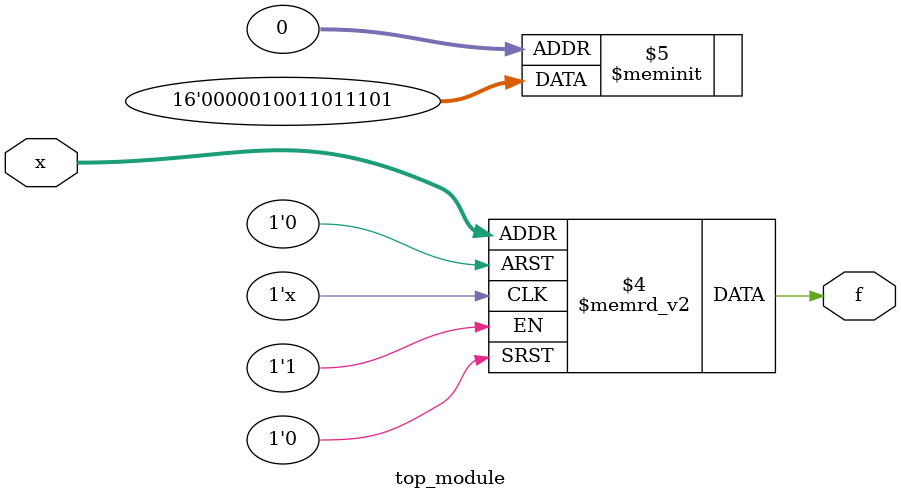
<source format=sv>
module top_module (
	input [4:1] x,
	output logic f
);
		
	always_comb begin
		case (x)
			4'b0000, 4'b0100: f = 1;
			4'b0001: f = 0;
			4'b0010, 4'b0110, 4'b0111, 4'b1010: f = 1;
			4'b0011: f = 1;
			4'b1000: f = 0;
			default: f = 0;
		endcase
	end
endmodule

</source>
